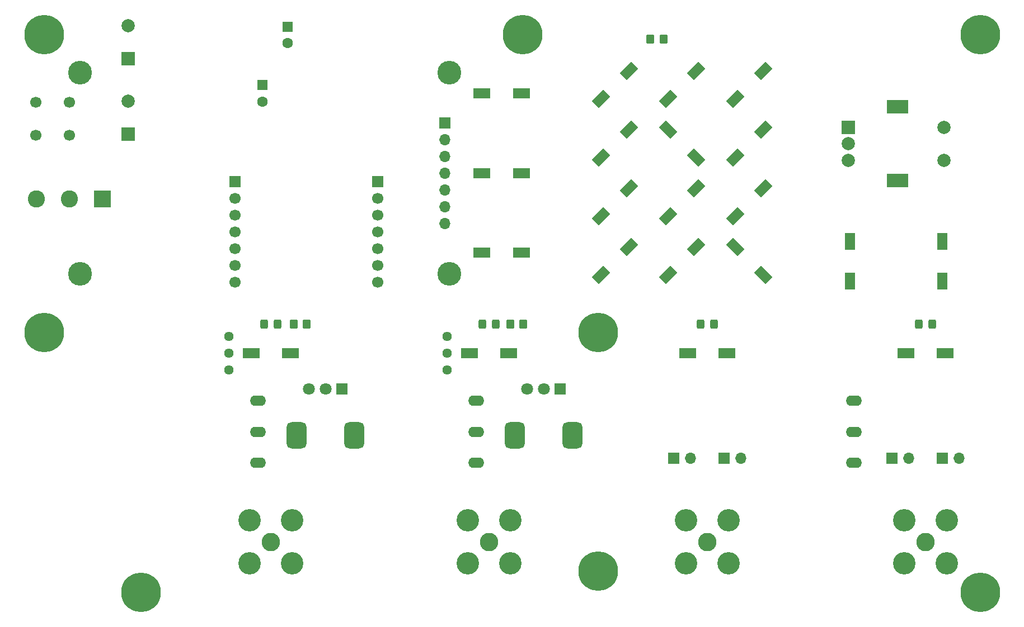
<source format=gts>
G04 #@! TF.GenerationSoftware,KiCad,Pcbnew,(6.0.7)*
G04 #@! TF.CreationDate,2022-09-12T18:31:15+03:00*
G04 #@! TF.ProjectId,SigGen,53696747-656e-42e6-9b69-6361645f7063,rev?*
G04 #@! TF.SameCoordinates,Original*
G04 #@! TF.FileFunction,Soldermask,Top*
G04 #@! TF.FilePolarity,Negative*
%FSLAX46Y46*%
G04 Gerber Fmt 4.6, Leading zero omitted, Abs format (unit mm)*
G04 Created by KiCad (PCBNEW (6.0.7)) date 2022-09-12 18:31:15*
%MOMM*%
%LPD*%
G01*
G04 APERTURE LIST*
G04 Aperture macros list*
%AMRoundRect*
0 Rectangle with rounded corners*
0 $1 Rounding radius*
0 $2 $3 $4 $5 $6 $7 $8 $9 X,Y pos of 4 corners*
0 Add a 4 corners polygon primitive as box body*
4,1,4,$2,$3,$4,$5,$6,$7,$8,$9,$2,$3,0*
0 Add four circle primitives for the rounded corners*
1,1,$1+$1,$2,$3*
1,1,$1+$1,$4,$5*
1,1,$1+$1,$6,$7*
1,1,$1+$1,$8,$9*
0 Add four rect primitives between the rounded corners*
20,1,$1+$1,$2,$3,$4,$5,0*
20,1,$1+$1,$4,$5,$6,$7,0*
20,1,$1+$1,$6,$7,$8,$9,0*
20,1,$1+$1,$8,$9,$2,$3,0*%
%AMRotRect*
0 Rectangle, with rotation*
0 The origin of the aperture is its center*
0 $1 length*
0 $2 width*
0 $3 Rotation angle, in degrees counterclockwise*
0 Add horizontal line*
21,1,$1,$2,0,0,$3*%
G04 Aperture macros list end*
%ADD10RotRect,2.500000X1.500000X225.000000*%
%ADD11RotRect,2.500000X1.500000X45.000000*%
%ADD12C,0.800000*%
%ADD13C,6.000000*%
%ADD14C,2.800000*%
%ADD15C,3.400000*%
%ADD16O,2.400000X1.600000*%
%ADD17RoundRect,0.250000X-0.325000X-0.450000X0.325000X-0.450000X0.325000X0.450000X-0.325000X0.450000X0*%
%ADD18RoundRect,0.250000X0.350000X0.450000X-0.350000X0.450000X-0.350000X-0.450000X0.350000X-0.450000X0*%
%ADD19R,1.700000X1.700000*%
%ADD20O,1.700000X1.700000*%
%ADD21R,1.800000X1.800000*%
%ADD22C,1.800000*%
%ADD23RoundRect,0.750000X-0.750000X1.250000X-0.750000X-1.250000X0.750000X-1.250000X0.750000X1.250000X0*%
%ADD24RoundRect,0.250000X0.325000X0.450000X-0.325000X0.450000X-0.325000X-0.450000X0.325000X-0.450000X0*%
%ADD25R,2.500000X1.500000*%
%ADD26RotRect,2.500000X1.500000X315.000000*%
%ADD27R,2.000000X2.000000*%
%ADD28C,2.000000*%
%ADD29R,3.200000X2.000000*%
%ADD30R,1.500000X2.500000*%
%ADD31C,3.600000*%
%ADD32RotRect,2.500000X1.500000X135.000000*%
%ADD33C,1.700000*%
%ADD34R,2.600000X2.600000*%
%ADD35C,2.600000*%
%ADD36C,1.440000*%
%ADD37R,1.600000X1.600000*%
%ADD38C,1.600000*%
G04 APERTURE END LIST*
D10*
X136741320Y-40423680D03*
X132498680Y-44666320D03*
X126581320Y-31533680D03*
X122338680Y-35776320D03*
D11*
X122338680Y-62446320D03*
X126581320Y-58203680D03*
D12*
X171135990Y-112080990D03*
X171135990Y-108899010D03*
X167954010Y-112080990D03*
D13*
X169545000Y-110490000D03*
D12*
X167295000Y-110490000D03*
X167954010Y-108899010D03*
X171795000Y-110490000D03*
X169545000Y-112740000D03*
X169545000Y-108240000D03*
X25690000Y-26035000D03*
X29530990Y-24444010D03*
X26349010Y-27625990D03*
X29530990Y-27625990D03*
X30190000Y-26035000D03*
X26349010Y-24444010D03*
X27940000Y-28285000D03*
D13*
X27940000Y-26035000D03*
D12*
X27940000Y-23785000D03*
D14*
X161290000Y-102870000D03*
D15*
X158040000Y-106120000D03*
X158040000Y-99620000D03*
X164540000Y-99620000D03*
X164540000Y-106120000D03*
D16*
X60310000Y-81495000D03*
X60310000Y-86195000D03*
X60310000Y-90895000D03*
D12*
X109510000Y-71120000D03*
X111760000Y-68870000D03*
X113350990Y-69529010D03*
X114010000Y-71120000D03*
X111760000Y-73370000D03*
X110169010Y-69529010D03*
X113350990Y-72710990D03*
X110169010Y-72710990D03*
D13*
X111760000Y-71120000D03*
D17*
X61205000Y-69850000D03*
X63255000Y-69850000D03*
D18*
X121650000Y-26670000D03*
X119650000Y-26670000D03*
D19*
X163830000Y-90170000D03*
D20*
X166370000Y-90170000D03*
D11*
X112178680Y-62446320D03*
X116421320Y-58203680D03*
X132498680Y-53556320D03*
X136741320Y-49313680D03*
D14*
X62230000Y-102870000D03*
D15*
X58980000Y-106120000D03*
X65480000Y-106120000D03*
X58980000Y-99620000D03*
X65480000Y-99620000D03*
D10*
X116421320Y-31533680D03*
X112178680Y-35776320D03*
D11*
X112178680Y-53556320D03*
X116421320Y-49313680D03*
D18*
X100425000Y-69850000D03*
X98425000Y-69850000D03*
D21*
X72985000Y-79675000D03*
D22*
X70485000Y-79675000D03*
X67985000Y-79675000D03*
D23*
X74885000Y-86675000D03*
X66085000Y-86675000D03*
D11*
X122338680Y-53556320D03*
X126581320Y-49313680D03*
D12*
X111760000Y-109565000D03*
X110169010Y-105724010D03*
X111760000Y-105065000D03*
X109510000Y-107315000D03*
X113350990Y-105724010D03*
X113350990Y-108905990D03*
D13*
X111760000Y-107315000D03*
D12*
X110169010Y-108905990D03*
X114010000Y-107315000D03*
D19*
X156210000Y-90170000D03*
D20*
X158750000Y-90170000D03*
D10*
X136741320Y-31533680D03*
X132498680Y-35776320D03*
D24*
X129295000Y-69850000D03*
X127245000Y-69850000D03*
D25*
X59230000Y-74295000D03*
X65230000Y-74295000D03*
D26*
X122338680Y-40423680D03*
X126581320Y-44666320D03*
D12*
X100330000Y-28285000D03*
X98739010Y-24444010D03*
X98080000Y-26035000D03*
D13*
X100330000Y-26035000D03*
D12*
X101920990Y-27625990D03*
X101920990Y-24444010D03*
X100330000Y-23785000D03*
X102580000Y-26035000D03*
X98739010Y-27625990D03*
D27*
X149595000Y-40045000D03*
D28*
X149595000Y-45045000D03*
X149595000Y-42545000D03*
D29*
X157095000Y-48145000D03*
X157095000Y-36945000D03*
D28*
X164095000Y-45045000D03*
X164095000Y-40045000D03*
D12*
X40954010Y-112080990D03*
D13*
X42545000Y-110490000D03*
D12*
X40954010Y-108899010D03*
X40295000Y-110490000D03*
X42545000Y-108240000D03*
X44795000Y-110490000D03*
X44135990Y-108899010D03*
X44135990Y-112080990D03*
X42545000Y-112740000D03*
D11*
X112178680Y-44666320D03*
X116421320Y-40423680D03*
D25*
X100155000Y-46990000D03*
X94155000Y-46990000D03*
D14*
X128270000Y-102870000D03*
D15*
X131520000Y-99620000D03*
X131520000Y-106120000D03*
X125020000Y-99620000D03*
X125020000Y-106120000D03*
D12*
X167295000Y-26035000D03*
X169545000Y-23785000D03*
X171135990Y-27625990D03*
X171795000Y-26035000D03*
X169545000Y-28285000D03*
D13*
X169545000Y-26035000D03*
D12*
X167954010Y-24444010D03*
X171135990Y-24444010D03*
X167954010Y-27625990D03*
D21*
X106005000Y-79675000D03*
D22*
X103505000Y-79675000D03*
X101005000Y-79675000D03*
D23*
X99105000Y-86675000D03*
X107905000Y-86675000D03*
D25*
X92250000Y-74295000D03*
X98250000Y-74295000D03*
D19*
X123190000Y-90170000D03*
D20*
X125730000Y-90170000D03*
D25*
X164290000Y-74295000D03*
X158290000Y-74295000D03*
D18*
X67675000Y-69850000D03*
X65675000Y-69850000D03*
D16*
X150480000Y-81495000D03*
X150480000Y-86195000D03*
X150480000Y-90895000D03*
D30*
X149860000Y-57325000D03*
X149860000Y-63325000D03*
D24*
X162315000Y-69850000D03*
X160265000Y-69850000D03*
D16*
X93330000Y-81495000D03*
X93330000Y-86195000D03*
X93330000Y-90895000D03*
D30*
X163830000Y-57325000D03*
X163830000Y-63325000D03*
D12*
X25690000Y-71120000D03*
X30190000Y-71120000D03*
X27940000Y-68870000D03*
X27940000Y-73370000D03*
X29530990Y-69529010D03*
X26349010Y-72710990D03*
D13*
X27940000Y-71120000D03*
D12*
X29530990Y-72710990D03*
X26349010Y-69529010D03*
D31*
X33330000Y-31750000D03*
X89210000Y-31750000D03*
X89210000Y-62230000D03*
X33330000Y-62230000D03*
D19*
X88575000Y-39370000D03*
D20*
X88575000Y-41910000D03*
X88575000Y-44450000D03*
X88575000Y-46990000D03*
X88575000Y-49530000D03*
X88575000Y-52070000D03*
X88575000Y-54610000D03*
D25*
X100155000Y-34925000D03*
X94155000Y-34925000D03*
X131270000Y-74295000D03*
X125270000Y-74295000D03*
D17*
X94225000Y-69850000D03*
X96275000Y-69850000D03*
D14*
X95250000Y-102870000D03*
D15*
X92000000Y-99620000D03*
X98500000Y-99620000D03*
X98500000Y-106120000D03*
X92000000Y-106120000D03*
D25*
X100155000Y-59055000D03*
X94155000Y-59055000D03*
D32*
X136741320Y-62446320D03*
X132498680Y-58203680D03*
D19*
X130810000Y-90170000D03*
D20*
X133350000Y-90170000D03*
D27*
X40640000Y-41102677D03*
D28*
X40640000Y-36102677D03*
D19*
X78360000Y-48260000D03*
D33*
X78360000Y-50800000D03*
X78360000Y-53340000D03*
X78360000Y-55880000D03*
X78360000Y-58420000D03*
X78360000Y-60960000D03*
X78360000Y-63500000D03*
D34*
X36750000Y-50935000D03*
D35*
X31750000Y-50935000D03*
X26750000Y-50935000D03*
D36*
X55880000Y-76845000D03*
X55880000Y-74305000D03*
X55880000Y-71765000D03*
X88900000Y-76845000D03*
X88900000Y-74305000D03*
X88900000Y-71765000D03*
D27*
X40640000Y-29672677D03*
D28*
X40640000Y-24672677D03*
D37*
X60960000Y-33655000D03*
D38*
X60960000Y-36155000D03*
D33*
X31710000Y-41235000D03*
X26710000Y-36235000D03*
X26710000Y-41235000D03*
X31710000Y-36235000D03*
D19*
X56770000Y-48260000D03*
D33*
X56770000Y-50800000D03*
X56770000Y-53340000D03*
X56770000Y-55880000D03*
X56770000Y-58420000D03*
X56770000Y-60960000D03*
X56770000Y-63500000D03*
D37*
X64770000Y-24817621D03*
D38*
X64770000Y-27317621D03*
M02*

</source>
